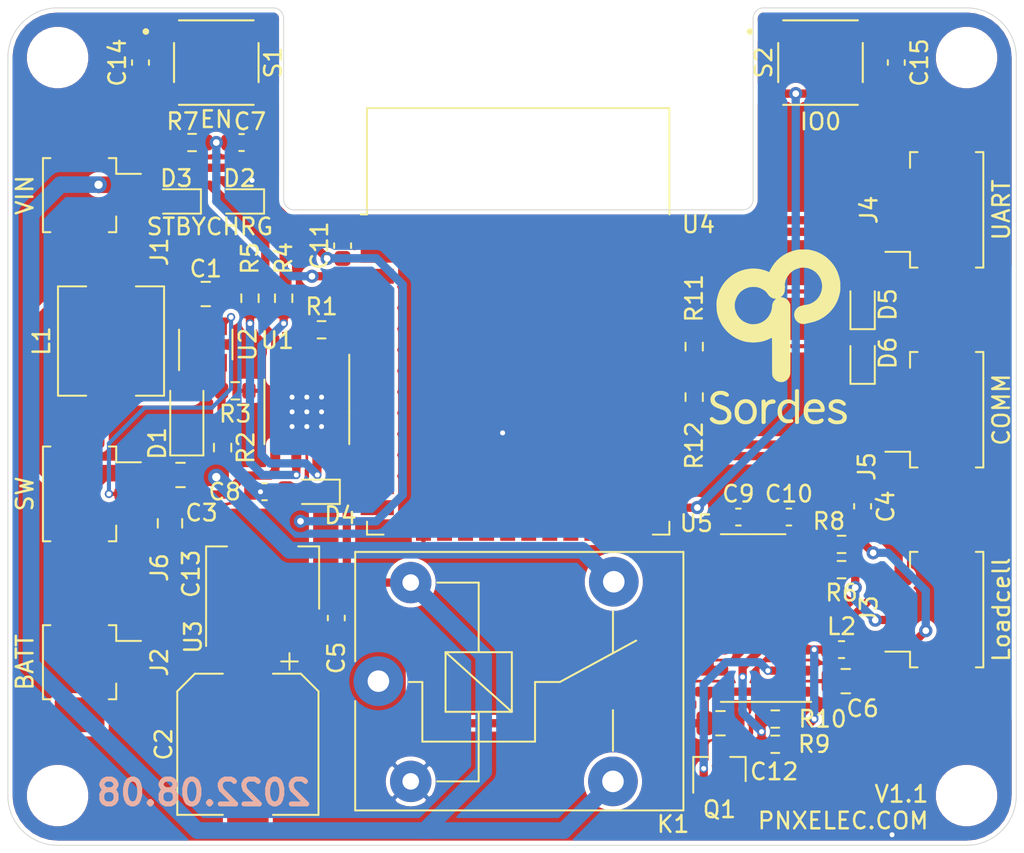
<source format=kicad_pcb>
(kicad_pcb (version 20171130) (host pcbnew "(5.1.12)-1")
  (layers (0 F.Cu signal) (31 B.Cu signal) (34 B.Paste user) (35 F.Paste user) (36 B.SilkS user) (37 F.SilkS user) (38 B.Mask user) (39 F.Mask user) (44 Edge.Cuts user))
  (net 0 "")
  (net 1 /BAT)
  (net 2 GND)
  (net 3 +5VL)
  (net 4 +5VA)
  (net 5 "Net-(C4-Pad1)")
  (net 6 /EN)
  (net 7 +3V3)
  (net 8 "Net-(C9-Pad2)")
  (net 9 "Net-(C10-Pad2)")
  (net 10 "Net-(C10-Pad1)")
  (net 11 "Net-(D1-Pad2)")
  (net 12 "Net-(D2-Pad1)")
  (net 13 +5V)
  (net 14 "Net-(D3-Pad1)")
  (net 15 "Net-(J3-Pad2)")
  (net 16 "Net-(J3-Pad1)")
  (net 17 /TX)
  (net 18 /RX)
  (net 19 /RX_COMM)
  (net 20 /TX_COMM)
  (net 21 "Net-(L2-Pad2)")
  (net 22 "Net-(Q1-Pad1)")
  (net 23 "Net-(R1-Pad1)")
  (net 24 "Net-(R2-Pad2)")
  (net 25 "Net-(R4-Pad2)")
  (net 26 "Net-(R5-Pad2)")
  (net 27 "Net-(R10-Pad1)")
  (net 28 /IO0)
  (net 29 "Net-(U4-Pad4)")
  (net 30 "Net-(U4-Pad5)")
  (net 31 "Net-(U4-Pad6)")
  (net 32 "Net-(U4-Pad7)")
  (net 33 "Net-(U4-Pad8)")
  (net 34 "Net-(U4-Pad9)")
  (net 35 "Net-(U4-Pad10)")
  (net 36 "Net-(U4-Pad11)")
  (net 37 "Net-(U4-Pad12)")
  (net 38 "Net-(U4-Pad13)")
  (net 39 "Net-(U4-Pad14)")
  (net 40 "Net-(U4-Pad16)")
  (net 41 "Net-(U4-Pad17)")
  (net 42 "Net-(U4-Pad18)")
  (net 43 "Net-(U4-Pad19)")
  (net 44 "Net-(U4-Pad20)")
  (net 45 "Net-(U4-Pad21)")
  (net 46 "Net-(U4-Pad22)")
  (net 47 /DAT)
  (net 48 "Net-(U4-Pad24)")
  (net 49 /SCK)
  (net 50 "Net-(U4-Pad29)")
  (net 51 "Net-(U4-Pad30)")
  (net 52 "Net-(U4-Pad32)")
  (net 53 "Net-(U4-Pad36)")
  (net 54 "Net-(U4-Pad37)")
  (net 55 "Net-(U5-Pad13)")
  (net 56 "Net-(J6-Pad2)")
  (net 57 "Net-(D5-Pad2)")
  (net 58 "Net-(D6-Pad2)")
  (net 59 "Net-(R12-Pad2)")
  (net 60 "Net-(R11-Pad2)")
  (module KIcad:sordes (layer F.Cu) (at 120.015 63.881)
    (fp_text reference G*** hide)
    (fp_text value LOGO hide)
  )
  (module Resistor_SMD:R_0603_1608Metric (layer F.Cu) (at 114.935 64.516 270)
    (fp_text reference R11 (at -2.921 0 90) (layer F.SilkS))
    (fp_text value 330)
    (pad 1 smd roundrect (at -0.825 0 270) (size 0.8 0.95) (layers F.Cu F.Paste F.Mask) (net 57 "Net-(D5-Pad2)"))
    (pad 2 smd roundrect (at 0.825 0 270) (size 0.8 0.95) (layers F.Cu F.Paste F.Mask) (net 60 "Net-(R11-Pad2)"))
  )
  (module Resistor_SMD:R_0603_1608Metric (layer F.Cu) (at 114.935 67.564 270)
    (fp_text reference R12 (at 2.921 0 90) (layer F.SilkS))
    (fp_text value 330)
    (pad 2 smd roundrect (at 0.825 0 270) (size 0.8 0.95) (layers F.Cu F.Paste F.Mask) (net 59 "Net-(R12-Pad2)"))
    (pad 1 smd roundrect (at -0.825 0 270) (size 0.8 0.95) (layers F.Cu F.Paste F.Mask) (net 58 "Net-(D6-Pad2)"))
  )
  (module Package_SO:SOP-16_3.9x9.9mm_P1.27mm (layer F.Cu) (at 118.491 80.899 180)
    (fp_text reference U5 (at 3.429 5.715) (layer F.SilkS))
    (fp_text value HX711)
    (pad 16 smd roundrect (at 2.5 -4.445 180) (size 2 0.6) (layers F.Cu F.Paste F.Mask) (net 3 +5VL))
    (pad 15 smd roundrect (at 2.5 -3.175 180) (size 2 0.6) (layers F.Cu F.Paste F.Mask) (net 2 GND))
    (pad 14 smd roundrect (at 2.5 -1.905 180) (size 2 0.6) (layers F.Cu F.Paste F.Mask) (net 2 GND))
    (pad 13 smd roundrect (at 2.5 -0.635 180) (size 2 0.6) (layers F.Cu F.Paste F.Mask) (net 55 "Net-(U5-Pad13)"))
    (pad 12 smd roundrect (at 2.5 0.635 180) (size 2 0.6) (layers F.Cu F.Paste F.Mask) (net 47 /DAT))
    (pad 11 smd roundrect (at 2.5 1.905 180) (size 2 0.6) (layers F.Cu F.Paste F.Mask) (net 49 /SCK))
    (pad 10 smd roundrect (at 2.5 3.175 180) (size 2 0.6) (layers F.Cu F.Paste F.Mask) (net 2 GND))
    (pad 9 smd roundrect (at 2.5 4.445 180) (size 2 0.6) (layers F.Cu F.Paste F.Mask) (net 2 GND))
    (pad 8 smd roundrect (at -2.5 4.445 180) (size 2 0.6) (layers F.Cu F.Paste F.Mask) (net 9 "Net-(C10-Pad2)"))
    (pad 7 smd roundrect (at -2.5 3.175 180) (size 2 0.6) (layers F.Cu F.Paste F.Mask) (net 10 "Net-(C10-Pad1)"))
    (pad 6 smd roundrect (at -2.5 1.905 180) (size 2 0.6) (layers F.Cu F.Paste F.Mask) (net 8 "Net-(C9-Pad2)"))
    (pad 5 smd roundrect (at -2.5 0.635 180) (size 2 0.6) (layers F.Cu F.Paste F.Mask) (net 2 GND))
    (pad 4 smd roundrect (at -2.5 -0.635 180) (size 2 0.6) (layers F.Cu F.Paste F.Mask) (net 27 "Net-(R10-Pad1)"))
    (pad 3 smd roundrect (at -2.5 -1.905 180) (size 2 0.6) (layers F.Cu F.Paste F.Mask) (net 21 "Net-(L2-Pad2)"))
    (pad 2 smd roundrect (at -2.5 -3.175 180) (size 2 0.6) (layers F.Cu F.Paste F.Mask) (net 22 "Net-(Q1-Pad1)"))
    (pad 1 smd roundrect (at -2.5 -4.445 180) (size 2 0.6) (layers F.Cu F.Paste F.Mask) (net 3 +5VL))
  )
  (module Package_SO:SOP-8_3.9x4.9mm_P1.27mm (layer F.Cu) (at 91.567 68.453 270)
    (fp_text reference U1 (at -4.318 1.778) (layer F.SilkS))
    (fp_text value TP4056)
    (pad 8 smd roundrect (at 2.625 -1.905 270) (size 1.65 0.6) (layers F.Cu F.Paste F.Mask) (net 13 +5V))
    (pad 7 smd roundrect (at 2.625 -0.635 270) (size 1.65 0.6) (layers F.Cu F.Paste F.Mask) (net 25 "Net-(R4-Pad2)"))
    (pad 6 smd roundrect (at 2.625 0.635 270) (size 1.65 0.6) (layers F.Cu F.Paste F.Mask) (net 26 "Net-(R5-Pad2)"))
    (pad 5 smd roundrect (at 2.625 1.905 270) (size 1.65 0.6) (layers F.Cu F.Paste F.Mask) (net 1 /BAT))
    (pad 4 smd roundrect (at -2.625 1.905 270) (size 1.65 0.6) (layers F.Cu F.Paste F.Mask) (net 13 +5V))
    (pad 3 smd roundrect (at -2.625 0.635 270) (size 1.65 0.6) (layers F.Cu F.Paste F.Mask) (net 2 GND))
    (pad 2 smd roundrect (at -2.625 -0.635 270) (size 1.65 0.6) (layers F.Cu F.Paste F.Mask) (net 23 "Net-(R1-Pad1)"))
    (pad 1 smd roundrect (at -2.625 -1.905 270) (size 1.65 0.6) (layers F.Cu F.Paste F.Mask) (net 2 GND))
    (pad 9 smd trapezoid (at 0 0 270) (size 2.4 3.3) (layers F.Cu F.Paste F.Mask) (net 2 GND))
  )
  (module Capacitor_SMD:C_0805_2012Metric (layer F.Cu) (at 85.471 61.341)
    (fp_text reference C1 (at 0 -1.524) (layer F.SilkS))
    (fp_text value 22uf)
    (pad 1 smd roundrect (at -0.95 0) (size 1 1.45) (layers F.Cu F.Paste F.Mask) (net 1 /BAT))
    (pad 2 smd roundrect (at 0.95 0) (size 1 1.45) (layers F.Cu F.Paste F.Mask) (net 2 GND))
  )
  (module Capacitor_SMD:CP_Elec_8x10 (layer F.Cu) (at 88.011 88.519 270)
    (fp_text reference C2 (at 0 5.08 90) (layer F.SilkS))
    (fp_text value 1000uf)
    (pad 1 smd roundrect (at -3.25 0 270) (size 3.5 2.5) (layers F.Cu F.Paste F.Mask) (roundrect_rratio 0.1) (net 3 +5VL))
    (pad 2 smd roundrect (at 3.25 0 270) (size 3.5 2.5) (layers F.Cu F.Paste F.Mask) (roundrect_rratio 0.1) (net 2 GND))
  )
  (module Capacitor_SMD:C_0805_2012Metric (layer F.Cu) (at 83.947 72.263 180)
    (fp_text reference C3 (at -1.27 -2.286) (layer F.SilkS))
    (fp_text value 22uf)
    (pad 2 smd roundrect (at 0.95 0 180) (size 1 1.45) (layers F.Cu F.Paste F.Mask) (net 2 GND))
    (pad 1 smd roundrect (at -0.95 0 180) (size 1 1.45) (layers F.Cu F.Paste F.Mask) (net 4 +5VA))
  )
  (module Capacitor_SMD:C_0603_1608Metric (layer F.Cu) (at 125.095 74.155 90)
    (fp_text reference C4 (at -0.013 1.397 90) (layer F.SilkS))
    (fp_text value 100nf)
    (pad 1 smd roundrect (at -0.775 0 90) (size 0.9 0.95) (layers F.Cu F.Paste F.Mask) (net 5 "Net-(C4-Pad1)"))
    (pad 2 smd roundrect (at 0.775 0 90) (size 0.9 0.95) (layers F.Cu F.Paste F.Mask) (net 2 GND))
  )
  (module Capacitor_SMD:C_0603_1608Metric (layer F.Cu) (at 93.345 80.899 90)
    (fp_text reference C5 (at -2.413 0 270) (layer F.SilkS))
    (fp_text value 100nf)
    (pad 1 smd roundrect (at -0.775 0 90) (size 0.9 0.95) (layers F.Cu F.Paste F.Mask) (net 3 +5VL))
    (pad 2 smd roundrect (at 0.775 0 90) (size 0.9 0.95) (layers F.Cu F.Paste F.Mask) (net 2 GND))
  )
  (module Capacitor_SMD:C_0805_2012Metric (layer F.Cu) (at 124.079 84.709 180)
    (fp_text reference C6 (at -1.016 -1.651) (layer F.SilkS))
    (fp_text value 10uf)
    (pad 2 smd roundrect (at 0.95 0 180) (size 1 1.45) (layers F.Cu F.Paste F.Mask) (net 2 GND))
    (pad 1 smd roundrect (at -0.95 0 180) (size 1 1.45) (layers F.Cu F.Paste F.Mask) (net 5 "Net-(C4-Pad1)"))
  )
  (module Capacitor_SMD:C_0603_1608Metric (layer F.Cu) (at 87.63 52.197)
    (fp_text reference C7 (at 0.508 -1.27) (layer F.SilkS))
    (fp_text value 100nf)
    (pad 1 smd roundrect (at -0.775 0) (size 0.9 0.95) (layers F.Cu F.Paste F.Mask) (net 6 /EN))
    (pad 2 smd roundrect (at 0.775 0) (size 0.9 0.95) (layers F.Cu F.Paste F.Mask) (net 2 GND))
  )
  (module Capacitor_SMD:C_0603_1608Metric (layer F.Cu) (at 89.014 73.279 180)
    (fp_text reference C8 (at 2.4 0) (layer F.SilkS))
    (fp_text value 100nf)
    (pad 2 smd roundrect (at 0.775 0 180) (size 0.9 0.95) (layers F.Cu F.Paste F.Mask) (net 2 GND))
    (pad 1 smd roundrect (at -0.775 0 180) (size 0.9 0.95) (layers F.Cu F.Paste F.Mask) (net 7 +3V3))
  )
  (module Capacitor_SMD:C_0603_1608Metric (layer F.Cu) (at 117.602 74.803)
    (fp_text reference C9 (at 0 -1.397) (layer F.SilkS))
    (fp_text value 100nf)
    (pad 1 smd roundrect (at -0.775 0) (size 0.9 0.95) (layers F.Cu F.Paste F.Mask) (net 2 GND))
    (pad 2 smd roundrect (at 0.775 0) (size 0.9 0.95) (layers F.Cu F.Paste F.Mask) (net 8 "Net-(C9-Pad2)"))
  )
  (module Capacitor_SMD:C_0603_1608Metric (layer F.Cu) (at 120.65 74.803)
    (fp_text reference C10 (at 0 -1.397) (layer F.SilkS))
    (fp_text value 100nf)
    (pad 2 smd roundrect (at 0.775 0) (size 0.9 0.95) (layers F.Cu F.Paste F.Mask) (net 9 "Net-(C10-Pad2)"))
    (pad 1 smd roundrect (at -0.775 0) (size 0.9 0.95) (layers F.Cu F.Paste F.Mask) (net 10 "Net-(C10-Pad1)"))
  )
  (module Capacitor_SMD:C_0603_1608Metric (layer F.Cu) (at 93.726 58.42 270)
    (fp_text reference C11 (at 0 1.397 90) (layer F.SilkS))
    (fp_text value 100nf)
    (pad 2 smd roundrect (at 0.775 0 270) (size 0.9 0.95) (layers F.Cu F.Paste F.Mask) (net 7 +3V3))
    (pad 1 smd roundrect (at -0.775 0 270) (size 0.9 0.95) (layers F.Cu F.Paste F.Mask) (net 2 GND))
  )
  (module Capacitor_SMD:C_0805_2012Metric (layer F.Cu) (at 116.52 87.249)
    (fp_text reference C12 (at 3.241 2.921) (layer F.SilkS))
    (fp_text value 10uf)
    (pad 1 smd roundrect (at -0.95 0) (size 1 1.45) (layers F.Cu F.Paste F.Mask) (net 3 +5VL))
    (pad 2 smd roundrect (at 0.95 0) (size 1 1.45) (layers F.Cu F.Paste F.Mask) (net 2 GND))
  )
  (module Diode_SMD:D_SOD-123 (layer F.Cu) (at 84.328 68.834 90)
    (fp_text reference D1 (at -1.524 -1.778 90) (layer F.SilkS))
    (fp_text value B0520LW)
    (pad 1 smd rect (at -1.65 0 90) (size 0.9 1.2) (layers F.Cu F.Paste F.Mask) (net 4 +5VA))
    (pad 2 smd rect (at 1.65 0 90) (size 0.9 1.2) (layers F.Cu F.Paste F.Mask) (net 11 "Net-(D1-Pad2)"))
  )
  (module LED_SMD:LED_0603_1608Metric (layer F.Cu) (at 87.503 55.753 180)
    (fp_text reference D2 (at 0 1.397) (layer F.SilkS))
    (fp_text value CHRG (at 0 -1.524) (layer F.SilkS))
    (pad 2 smd roundrect (at 0.7875 0 180) (size 0.875 0.95) (layers F.Cu F.Paste F.Mask) (net 13 +5V))
    (pad 1 smd roundrect (at -0.7875 0 180) (size 0.875 0.95) (layers F.Cu F.Paste F.Mask) (net 12 "Net-(D2-Pad1)"))
  )
  (module LED_SMD:LED_0603_1608Metric (layer F.Cu) (at 83.693 55.753 180)
    (fp_text reference D3 (at 0 1.397) (layer F.SilkS))
    (fp_text value STBY (at 0 -1.524) (layer F.SilkS))
    (pad 2 smd roundrect (at 0.7875 0 180) (size 0.875 0.95) (layers F.Cu F.Paste F.Mask) (net 13 +5V))
    (pad 1 smd roundrect (at -0.7875 0 180) (size 0.875 0.95) (layers F.Cu F.Paste F.Mask) (net 14 "Net-(D3-Pad1)"))
  )
  (module LED_SMD:LED_0603_1608Metric (layer F.Cu) (at 92.075 73.279 180)
    (fp_text reference D4 (at -1.524 -1.43) (layer F.SilkS))
    (fp_text value 3.3v)
    (pad 1 smd roundrect (at -0.7875 0 180) (size 0.875 0.95) (layers F.Cu F.Paste F.Mask) (net 2 GND))
    (pad 2 smd roundrect (at 0.7875 0 180) (size 0.875 0.95) (layers F.Cu F.Paste F.Mask) (net 7 +3V3))
  )
  (module Connector_Molex:Molex_PicoBlade_53261-0271_1x02-1MP_P1.25mm_Horizontal (layer F.Cu) (at 78.359 55.372 270)
    (fp_text reference J1 (at 3.429 -4.318 90) (layer F.SilkS))
    (fp_text value VIN (at 0 3.8 90) (layer F.SilkS))
    (pad MP smd roundrect (at 3.175 0.5 270) (size 2.1 3) (layers F.Cu F.Paste F.Mask) (roundrect_rratio 0.1190471428571429))
    (pad MP smd roundrect (at -3.175 0.5 270) (size 2.1 3) (layers F.Cu F.Paste F.Mask) (roundrect_rratio 0.1190471428571429))
    (pad 2 smd roundrect (at 0.625 -2.4 270) (size 0.8 1.6) (layers F.Cu F.Paste F.Mask) (net 2 GND))
    (pad 1 smd roundrect (at -0.625 -2.4 270) (size 0.8 1.6) (layers F.Cu F.Paste F.Mask) (net 13 +5V))
  )
  (module Connector_Molex:Molex_PicoBlade_53261-0271_1x02-1MP_P1.25mm_Horizontal (layer F.Cu) (at 78.359 83.566 270)
    (fp_text reference J2 (at 0 -4.318 90) (layer F.SilkS))
    (fp_text value BATT (at 0 3.8 90) (layer F.SilkS))
    (pad 1 smd roundrect (at -0.625 -2.4 270) (size 0.8 1.6) (layers F.Cu F.Paste F.Mask) (net 1 /BAT))
    (pad 2 smd roundrect (at 0.625 -2.4 270) (size 0.8 1.6) (layers F.Cu F.Paste F.Mask) (net 2 GND))
    (pad MP smd roundrect (at -3.175 0.5 270) (size 2.1 3) (layers F.Cu F.Paste F.Mask) (roundrect_rratio 0.1190471428571429))
    (pad MP smd roundrect (at 3.175 0.5 270) (size 2.1 3) (layers F.Cu F.Paste F.Mask) (roundrect_rratio 0.1190471428571429))
  )
  (module Connector_Molex:Molex_PicoBlade_53261-0471_1x04-1MP_P1.25mm_Horizontal (layer F.Cu) (at 129.667 80.391 90)
    (fp_text reference J3 (at 0 -4.191 90) (layer F.SilkS))
    (fp_text value Loadcell (at 0 3.8 90) (layer F.SilkS))
    (pad MP smd roundrect (at 4.425 0.5 90) (size 2.1 3) (layers F.Cu F.Paste F.Mask) (roundrect_rratio 0.1190471428571429))
    (pad MP smd roundrect (at -4.425 0.5 90) (size 2.1 3) (layers F.Cu F.Paste F.Mask) (roundrect_rratio 0.1190471428571429))
    (pad 4 smd roundrect (at 1.875 -2.4 90) (size 0.8 1.6) (layers F.Cu F.Paste F.Mask) (net 5 "Net-(C4-Pad1)"))
    (pad 3 smd roundrect (at 0.625 -2.4 90) (size 0.8 1.6) (layers F.Cu F.Paste F.Mask) (net 2 GND))
    (pad 2 smd roundrect (at -0.625 -2.4 90) (size 0.8 1.6) (layers F.Cu F.Paste F.Mask) (net 15 "Net-(J3-Pad2)"))
    (pad 1 smd roundrect (at -1.875 -2.4 90) (size 0.8 1.6) (layers F.Cu F.Paste F.Mask) (net 16 "Net-(J3-Pad1)"))
  )
  (module Connector_Molex:Molex_PicoBlade_53261-0471_1x04-1MP_P1.25mm_Horizontal (layer F.Cu) (at 129.667 56.261 90)
    (fp_text reference J4 (at 0 -4.191 90) (layer F.SilkS))
    (fp_text value UART (at 0 3.8 90) (layer F.SilkS))
    (pad 1 smd roundrect (at -1.875 -2.4 90) (size 0.8 1.6) (layers F.Cu F.Paste F.Mask) (net 18 /RX))
    (pad 2 smd roundrect (at -0.625 -2.4 90) (size 0.8 1.6) (layers F.Cu F.Paste F.Mask) (net 17 /TX))
    (pad 3 smd roundrect (at 0.625 -2.4 90) (size 0.8 1.6) (layers F.Cu F.Paste F.Mask) (net 2 GND))
    (pad 4 smd roundrect (at 1.875 -2.4 90) (size 0.8 1.6) (layers F.Cu F.Paste F.Mask) (net 3 +5VL))
    (pad MP smd roundrect (at -4.425 0.5 90) (size 2.1 3) (layers F.Cu F.Paste F.Mask) (roundrect_rratio 0.1190471428571429))
    (pad MP smd roundrect (at 4.425 0.5 90) (size 2.1 3) (layers F.Cu F.Paste F.Mask) (roundrect_rratio 0.1190471428571429))
  )
  (module Connector_Molex:Molex_PicoBlade_53261-0471_1x04-1MP_P1.25mm_Horizontal (layer F.Cu) (at 129.667 68.326 90)
    (fp_text reference J5 (at -3.429 -4.318 90) (layer F.SilkS))
    (fp_text value COMM (at 0 3.8 90) (layer F.SilkS))
    (pad 1 smd roundrect (at -1.875 -2.4 90) (size 0.8 1.6) (layers F.Cu F.Paste F.Mask) (net 19 /RX_COMM))
    (pad 2 smd roundrect (at -0.625 -2.4 90) (size 0.8 1.6) (layers F.Cu F.Paste F.Mask) (net 20 /TX_COMM))
    (pad 3 smd roundrect (at 0.625 -2.4 90) (size 0.8 1.6) (layers F.Cu F.Paste F.Mask) (net 2 GND))
    (pad 4 smd roundrect (at 1.875 -2.4 90) (size 0.8 1.6) (layers F.Cu F.Paste F.Mask) (net 3 +5VL))
    (pad MP smd roundrect (at -4.425 0.5 90) (size 2.1 3) (layers F.Cu F.Paste F.Mask) (roundrect_rratio 0.1190471428571429))
    (pad MP smd roundrect (at 4.425 0.5 90) (size 2.1 3) (layers F.Cu F.Paste F.Mask) (roundrect_rratio 0.1190471428571429))
  )
  (module Relay_THT:Relay_SPDT_SANYOU_SRD_Series_Form_C (layer F.Cu) (at 95.885 84.709)
    (fp_text reference K1 (at 17.78 8.636) (layer F.SilkS))
    (fp_text value POWER_SLCT)
    (pad 2 thru_hole circle (at 1.95 6.05 90) (size 2.5 2.5) (drill 1) (layers *.Cu *.Mask) (net 2 GND))
    (pad 3 thru_hole circle (at 14.15 6.05 90) (size 3 3) (drill 1.3) (layers *.Cu *.Mask) (net 13 +5V))
    (pad 4 thru_hole circle (at 14.2 -6 90) (size 3 3) (drill 1.3) (layers *.Cu *.Mask) (net 4 +5VA))
    (pad 5 thru_hole circle (at 1.95 -5.95 90) (size 2.5 2.5) (drill 1) (layers *.Cu *.Mask) (net 13 +5V))
    (pad 1 thru_hole circle (at 0 0 90) (size 3 3) (drill 1.3) (layers *.Cu *.Mask) (net 3 +5VL))
  )
  (module Inductor_SMD:L_6.3x6.3_H3 (layer F.Cu) (at 79.756 64.179 270)
    (fp_text reference L1 (at 0 4.191 90) (layer F.SilkS))
    (fp_text value 4.7uh)
    (pad 1 smd rect (at -2.75 0 270) (size 1.5 2.4) (layers F.Cu F.Paste F.Mask) (net 1 /BAT))
    (pad 2 smd rect (at 2.75 0 270) (size 1.5 2.4) (layers F.Cu F.Paste F.Mask) (net 11 "Net-(D1-Pad2)"))
  )
  (module Inductor_SMD:L_0603_1608Metric (layer F.Cu) (at 123.825 82.804 180)
    (fp_text reference L2 (at 0 1.397) (layer F.SilkS))
    (fp_text value 3.3uh)
    (pad 1 smd roundrect (at -0.7875 0 180) (size 0.875 0.95) (layers F.Cu F.Paste F.Mask) (net 5 "Net-(C4-Pad1)"))
    (pad 2 smd roundrect (at 0.7875 0 180) (size 0.875 0.95) (layers F.Cu F.Paste F.Mask) (net 21 "Net-(L2-Pad2)"))
  )
  (module Resistor_SMD:R_0603_1608Metric (layer F.Cu) (at 92.456 63.5)
    (fp_text reference R1 (at 0 -1.397 180) (layer F.SilkS))
    (fp_text value 1.2k)
    (pad 2 smd roundrect (at 0.825 0) (size 0.8 0.95) (layers F.Cu F.Paste F.Mask) (net 2 GND))
    (pad 1 smd roundrect (at -0.825 0) (size 0.8 0.95) (layers F.Cu F.Paste F.Mask) (net 23 "Net-(R1-Pad1)"))
  )
  (module Resistor_SMD:R_0603_1608Metric (layer F.Cu) (at 86.487 70.612 90)
    (fp_text reference R2 (at 0 1.397 90) (layer F.SilkS))
    (fp_text value 47k)
    (pad 1 smd roundrect (at -0.825 0 90) (size 0.8 0.95) (layers F.Cu F.Paste F.Mask) (net 4 +5VA))
    (pad 2 smd roundrect (at 0.825 0 90) (size 0.8 0.95) (layers F.Cu F.Paste F.Mask) (net 24 "Net-(R2-Pad2)"))
  )
  (module Resistor_SMD:R_0603_1608Metric (layer F.Cu) (at 87.249 67.183)
    (fp_text reference R3 (at 0 1.397) (layer F.SilkS))
    (fp_text value 6.2k)
    (pad 1 smd roundrect (at -0.825 0) (size 0.8 0.95) (layers F.Cu F.Paste F.Mask) (net 24 "Net-(R2-Pad2)"))
    (pad 2 smd roundrect (at 0.825 0) (size 0.8 0.95) (layers F.Cu F.Paste F.Mask) (net 2 GND))
  )
  (module Resistor_SMD:R_0603_1608Metric (layer F.Cu) (at 90.17 61.595 270)
    (fp_text reference R4 (at -2.413 0 90) (layer F.SilkS))
    (fp_text value 1k)
    (pad 1 smd roundrect (at -0.825 0 270) (size 0.8 0.95) (layers F.Cu F.Paste F.Mask) (net 12 "Net-(D2-Pad1)"))
    (pad 2 smd roundrect (at 0.825 0 270) (size 0.8 0.95) (layers F.Cu F.Paste F.Mask) (net 25 "Net-(R4-Pad2)"))
  )
  (module Resistor_SMD:R_0603_1608Metric (layer F.Cu) (at 88.138 61.595 270)
    (fp_text reference R5 (at -2.413 0 90) (layer F.SilkS))
    (fp_text value 1k)
    (pad 2 smd roundrect (at 0.825 0 270) (size 0.8 0.95) (layers F.Cu F.Paste F.Mask) (net 26 "Net-(R5-Pad2)"))
    (pad 1 smd roundrect (at -0.825 0 270) (size 0.8 0.95) (layers F.Cu F.Paste F.Mask) (net 14 "Net-(D3-Pad1)"))
  )
  (module Resistor_SMD:R_0603_1608Metric (layer F.Cu) (at 123.825 77.978)
    (fp_text reference R6 (at 0 1.397) (layer F.SilkS))
    (fp_text value 100)
    (pad 1 smd roundrect (at -0.825 0) (size 0.8 0.95) (layers F.Cu F.Paste F.Mask) (net 10 "Net-(C10-Pad1)"))
    (pad 2 smd roundrect (at 0.825 0) (size 0.8 0.95) (layers F.Cu F.Paste F.Mask) (net 15 "Net-(J3-Pad2)"))
  )
  (module Resistor_SMD:R_0603_1608Metric (layer F.Cu) (at 84.646 52.197)
    (fp_text reference R7 (at -0.572 -1.27) (layer F.SilkS))
    (fp_text value 10k)
    (pad 1 smd roundrect (at -0.825 0) (size 0.8 0.95) (layers F.Cu F.Paste F.Mask) (net 7 +3V3))
    (pad 2 smd roundrect (at 0.825 0) (size 0.8 0.95) (layers F.Cu F.Paste F.Mask) (net 6 /EN))
  )
  (module Resistor_SMD:R_0603_1608Metric (layer F.Cu) (at 123.825 76.454)
    (fp_text reference R8 (at -0.762 -1.397) (layer F.SilkS))
    (fp_text value 100)
    (pad 2 smd roundrect (at 0.825 0) (size 0.8 0.95) (layers F.Cu F.Paste F.Mask) (net 16 "Net-(J3-Pad1)"))
    (pad 1 smd roundrect (at -0.825 0) (size 0.8 0.95) (layers F.Cu F.Paste F.Mask) (net 9 "Net-(C10-Pad2)"))
  )
  (module Resistor_SMD:R_0603_1608Metric (layer F.Cu) (at 119.825 88.519 180)
    (fp_text reference R9 (at -2.349 0) (layer F.SilkS))
    (fp_text value 20k)
    (pad 2 smd roundrect (at 0.825 0 180) (size 0.8 0.95) (layers F.Cu F.Paste F.Mask) (net 27 "Net-(R10-Pad1)"))
    (pad 1 smd roundrect (at -0.825 0 180) (size 0.8 0.95) (layers F.Cu F.Paste F.Mask) (net 21 "Net-(L2-Pad2)"))
  )
  (module Resistor_SMD:R_0603_1608Metric (layer F.Cu) (at 119.825 86.995)
    (fp_text reference R10 (at 2.857 0) (layer F.SilkS))
    (fp_text value 8.2k)
    (pad 2 smd roundrect (at 0.825 0) (size 0.8 0.95) (layers F.Cu F.Paste F.Mask) (net 2 GND))
    (pad 1 smd roundrect (at -0.825 0) (size 0.8 0.95) (layers F.Cu F.Paste F.Mask) (net 27 "Net-(R10-Pad1)"))
  )
  (module KIcad:SW_TS-1187A-B-A-B (layer F.Cu) (at 86.106 47.371)
    (fp_text reference S1 (at 3.429 0 90) (layer F.SilkS))
    (fp_text value EN (at 0 3.429) (layer F.SilkS))
    (pad D smd rect (at 3 1.875) (size 1 0.75) (layers F.Cu F.Paste F.Mask) (net 6 /EN))
    (pad C smd rect (at -3 1.875) (size 1 0.75) (layers F.Cu F.Paste F.Mask) (net 6 /EN))
    (pad B smd rect (at 3 -1.875) (size 1 0.75) (layers F.Cu F.Paste F.Mask) (net 2 GND))
    (pad A smd rect (at -3 -1.875) (size 1 0.75) (layers F.Cu F.Paste F.Mask) (net 2 GND))
  )
  (module KIcad:SW_TS-1187A-B-A-B (layer F.Cu) (at 122.555 47.371)
    (fp_text reference S2 (at -3.429 0 90) (layer F.SilkS))
    (fp_text value IO0 (at 0 3.565) (layer F.SilkS))
    (pad A smd rect (at -3 -1.875) (size 1 0.75) (layers F.Cu F.Paste F.Mask) (net 2 GND))
    (pad B smd rect (at 3 -1.875) (size 1 0.75) (layers F.Cu F.Paste F.Mask) (net 2 GND))
    (pad C smd rect (at -3 1.875) (size 1 0.75) (layers F.Cu F.Paste F.Mask) (net 28 /IO0))
    (pad D smd rect (at 3 1.875) (size 1 0.75) (layers F.Cu F.Paste F.Mask) (net 28 /IO0))
  )
  (module Package_TO_SOT_SMD:SOT-23-6 (layer F.Cu) (at 85.471 64.389 90)
    (fp_text reference U2 (at 0 2.54 270) (layer F.SilkS))
    (fp_text value SX1308)
    (pad 1 smd rect (at -1.1 -0.95 90) (size 1.06 0.65) (layers F.Cu F.Paste F.Mask) (net 11 "Net-(D1-Pad2)"))
    (pad 2 smd rect (at -1.1 0 90) (size 1.06 0.65) (layers F.Cu F.Paste F.Mask) (net 2 GND))
    (pad 3 smd rect (at -1.1 0.95 90) (size 1.06 0.65) (layers F.Cu F.Paste F.Mask) (net 24 "Net-(R2-Pad2)"))
    (pad 4 smd rect (at 1.1 0.95 90) (size 1.06 0.65) (layers F.Cu F.Paste F.Mask) (net 56 "Net-(J6-Pad2)"))
    (pad 6 smd rect (at 1.1 -0.95 90) (size 1.06 0.65) (layers F.Cu F.Paste F.Mask))
    (pad 5 smd rect (at 1.1 0 90) (size 1.06 0.65) (layers F.Cu F.Paste F.Mask) (net 1 /BAT))
  )
  (module Package_TO_SOT_SMD:SOT-223-3_TabPin2 (layer F.Cu) (at 88.9 78.486 90)
    (fp_text reference U3 (at -3.556 -4.191 90) (layer F.SilkS))
    (fp_text value AMS1117-3.3)
    (pad 2 smd rect (at 3.15 0 90) (size 2 3.8) (layers F.Cu F.Paste F.Mask) (net 7 +3V3))
    (pad 2 smd rect (at -3.15 0 90) (size 2 1.5) (layers F.Cu F.Paste F.Mask) (net 7 +3V3))
    (pad 3 smd rect (at -3.15 2.3 90) (size 2 1.5) (layers F.Cu F.Paste F.Mask) (net 3 +5VL))
    (pad 1 smd rect (at -3.15 -2.3 90) (size 2 1.5) (layers F.Cu F.Paste F.Mask) (net 2 GND))
  )
  (module RF_Module:ESP32-WROOM-32 (layer F.Cu) (at 104.318001 65.983001)
    (fp_text reference U4 (at 10.870999 -8.833001 180) (layer F.SilkS))
    (fp_text value ESP32-WROOM-32D)
    (pad 39 smd rect (at -1 -0.755) (size 5 5) (layers F.Cu F.Paste F.Mask) (net 2 GND))
    (pad 1 smd rect (at -8.5 -8.255) (size 2 0.9) (layers F.Cu F.Paste F.Mask) (net 2 GND))
    (pad 2 smd rect (at -8.5 -6.985) (size 2 0.9) (layers F.Cu F.Paste F.Mask) (net 7 +3V3))
    (pad 3 smd rect (at -8.5 -5.715) (size 2 0.9) (layers F.Cu F.Paste F.Mask) (net 6 /EN))
    (pad 4 smd rect (at -8.5 -4.445) (size 2 0.9) (layers F.Cu F.Paste F.Mask) (net 29 "Net-(U4-Pad4)"))
    (pad 5 smd rect (at -8.5 -3.175) (size 2 0.9) (layers F.Cu F.Paste F.Mask) (net 30 "Net-(U4-Pad5)"))
    (pad 6 smd rect (at -8.5 -1.905) (size 2 0.9) (layers F.Cu F.Paste F.Mask) (net 31 "Net-(U4-Pad6)"))
    (pad 7 smd rect (at -8.5 -0.635) (size 2 0.9) (layers F.Cu F.Paste F.Mask) (net 32 "Net-(U4-Pad7)"))
    (pad 8 smd rect (at -8.5 0.635) (size 2 0.9) (layers F.Cu F.Paste F.Mask) (net 33 "Net-(U4-Pad8)"))
    (pad 9 smd rect (at -8.5 1.905) (size 2 0.9) (layers F.Cu F.Paste F.Mask) (net 34 "Net-(U4-Pad9)"))
    (pad 10 smd rect (at -8.5 3.175) (size 2 0.9) (layers F.Cu F.Paste F.Mask) (net 35 "Net-(U4-Pad10)"))
    (pad 11 smd rect (at -8.5 4.445) (size 2 0.9) (layers F.Cu F.Paste F.Mask) (net 36 "Net-(U4-Pad11)"))
    (pad 12 smd rect (at -8.5 5.715) (size 2 0.9) (layers F.Cu F.Paste F.Mask) (net 37 "Net-(U4-Pad12)"))
    (pad 13 smd rect (at -8.5 6.985) (size 2 0.9) (layers F.Cu F.Paste F.Mask) (net 38 "Net-(U4-Pad13)"))
    (pad 14 smd rect (at -8.5 8.255) (size 2 0.9) (layers F.Cu F.Paste F.Mask) (net 39 "Net-(U4-Pad14)"))
    (pad 15 smd rect (at -5.715 9.255 90) (size 2 0.9) (layers F.Cu F.Paste F.Mask) (net 2 GND))
    (pad 16 smd rect (at -4.445 9.255 90) (size 2 0.9) (layers F.Cu F.Paste F.Mask) (net 40 "Net-(U4-Pad16)"))
    (pad 17 smd rect (at -3.175 9.255 90) (size 2 0.9) (layers F.Cu F.Paste F.Mask) (net 41 "Net-(U4-Pad17)"))
    (pad 18 smd rect (at -1.905 9.255 90) (size 2 0.9) (layers F.Cu F.Paste F.Mask) (net 42 "Net-(U4-Pad18)"))
    (pad 19 smd rect (at -0.635 9.255 90) (size 2 0.9) (layers F.Cu F.Paste F.Mask) (net 43 "Net-(U4-Pad19)"))
    (pad 20 smd rect (at 0.635 9.255 90) (size 2 0.9) (layers F.Cu F.Paste F.Mask) (net 44 "Net-(U4-Pad20)"))
    (pad 21 smd rect (at 1.905 9.255 90) (size 2 0.9) (layers F.Cu F.Paste F.Mask) (net 45 "Net-(U4-Pad21)"))
    (pad 22 smd rect (at 3.175 9.255 90) (size 2 0.9) (layers F.Cu F.Paste F.Mask) (net 46 "Net-(U4-Pad22)"))
    (pad 23 smd rect (at 4.445 9.255 90) (size 2 0.9) (layers F.Cu F.Paste F.Mask) (net 47 /DAT))
    (pad 24 smd rect (at 5.715 9.255 90) (size 2 0.9) (layers F.Cu F.Paste F.Mask) (net 48 "Net-(U4-Pad24)"))
    (pad 25 smd rect (at 8.5 8.255) (size 2 0.9) (layers F.Cu F.Paste F.Mask) (net 28 /IO0))
    (pad 26 smd rect (at 8.5 6.985) (size 2 0.9) (layers F.Cu F.Paste F.Mask) (net 49 /SCK))
    (pad 27 smd rect (at 8.5 5.715) (size 2 0.9) (layers F.Cu F.Paste F.Mask) (net 19 /RX_COMM))
    (pad 28 smd rect (at 8.5 4.445) (size 2 0.9) (layers F.Cu F.Paste F.Mask) (net 20 /TX_COMM))
    (pad 29 smd rect (at 8.5 3.175) (size 2 0.9) (layers F.Cu F.Paste F.Mask) (net 50 "Net-(U4-Pad29)"))
    (pad 30 smd rect (at 8.5 1.905) (size 2 0.9) (layers F.Cu F.Paste F.Mask) (net 51 "Net-(U4-Pad30)"))
    (pad 31 smd rect (at 8.5 0.635) (size 2 0.9) (layers F.Cu F.Paste F.Mask) (net 59 "Net-(R12-Pad2)"))
    (pad 32 smd rect (at 8.5 -0.635) (size 2 0.9) (layers F.Cu F.Paste F.Mask) (net 52 "Net-(U4-Pad32)"))
    (pad 33 smd rect (at 8.5 -1.905) (size 2 0.9) (layers F.Cu F.Paste F.Mask) (net 60 "Net-(R11-Pad2)"))
    (pad 34 smd rect (at 8.5 -3.175) (size 2 0.9) (layers F.Cu F.Paste F.Mask) (net 18 /RX))
    (pad 35 smd rect (at 8.5 -4.445) (size 2 0.9) (layers F.Cu F.Paste F.Mask) (net 17 /TX))
    (pad 36 smd rect (at 8.5 -5.715) (size 2 0.9) (layers F.Cu F.Paste F.Mask) (net 53 "Net-(U4-Pad36)"))
    (pad 37 smd rect (at 8.5 -6.985) (size 2 0.9) (layers F.Cu F.Paste F.Mask) (net 54 "Net-(U4-Pad37)"))
    (pad 38 smd rect (at 8.5 -8.255) (size 2 0.9) (layers F.Cu F.Paste F.Mask) (net 2 GND))
  )
  (module Connector_Molex:Molex_PicoBlade_53261-0371_1x03-1MP_P1.25mm_Horizontal (layer F.Cu) (at 78.359 73.406 270)
    (fp_text reference J6 (at 4.445 -4.318 90) (layer F.SilkS))
    (fp_text value SW (at 0 3.8 90) (layer F.SilkS))
    (pad 1 smd roundrect (at -1.25 -2.4 270) (size 0.8 1.6) (layers F.Cu F.Paste F.Mask) (net 1 /BAT))
    (pad 2 smd roundrect (at 0 -2.4 270) (size 0.8 1.6) (layers F.Cu F.Paste F.Mask) (net 56 "Net-(J6-Pad2)"))
    (pad 3 smd roundrect (at 1.25 -2.4 270) (size 0.8 1.6) (layers F.Cu F.Paste F.Mask) (net 2 GND))
    (pad MP smd roundrect (at -3.8 0.5 270) (size 2.1 3) (layers F.Cu F.Paste F.Mask) (roundrect_rratio 0.1190471428571429))
    (pad MP smd roundrect (at 3.8 0.5 270) (size 2.1 3) (layers F.Cu F.Paste F.Mask) (roundrect_rratio 0.1190471428571429))
  )
  (module MountingHole:MountingHole_3.2mm_M3 (layer F.Cu) (at 131.366 47.069)
    (fp_text reference H1)
    (fp_text value MountingHole)
    (pad 1 np_thru_hole circle (at 0 0) (size 3.2 3.2) (drill 3.2) (layers *.Cu *.Mask))
  )
  (module MountingHole:MountingHole_3.2mm_M3 (layer F.Cu) (at 76.533 91.615)
    (fp_text reference H2)
    (fp_text value MountingHole)
    (pad 1 np_thru_hole circle (at 0 0) (size 3.2 3.2) (drill 3.2) (layers *.Cu *.Mask))
  )
  (module MountingHole:MountingHole_3.2mm_M3 (layer F.Cu) (at 131.366 91.615)
    (fp_text reference H3)
    (fp_text value MountingHole)
    (pad 1 np_thru_hole circle (at 0 0) (size 3.2 3.2) (drill 3.2) (layers *.Cu *.Mask))
  )
  (module MountingHole:MountingHole_3.2mm_M3 (layer F.Cu) (at 76.533 47.069)
    (fp_text reference H4)
    (fp_text value MountingHole)
    (pad 1 np_thru_hole circle (at 0 0) (size 3.2 3.2) (drill 3.2) (layers *.Cu *.Mask))
  )
  (module Capacitor_SMD:C_0805_2012Metric (layer F.Cu) (at 83.312 75.184 270)
    (fp_text reference C13 (at 3.048 -1.27 90) (layer F.SilkS))
    (fp_text value 10uf)
    (pad 1 smd roundrect (at -0.95 0 270) (size 1 1.45) (layers F.Cu F.Paste F.Mask) (net 1 /BAT))
    (pad 2 smd roundrect (at 0.95 0 270) (size 1 1.45) (layers F.Cu F.Paste F.Mask) (net 2 GND))
  )
  (module Capacitor_SMD:C_0603_1608Metric (layer F.Cu) (at 81.534 47.371 90)
    (fp_text reference C14 (at 0 -1.397 90) (layer F.SilkS))
    (fp_text value 100nf)
    (pad 2 smd roundrect (at 0.775 0 90) (size 0.9 0.95) (layers F.Cu F.Paste F.Mask) (net 2 GND))
    (pad 1 smd roundrect (at -0.775 0 90) (size 0.9 0.95) (layers F.Cu F.Paste F.Mask) (net 6 /EN))
  )
  (module Capacitor_SMD:C_0603_1608Metric (layer F.Cu) (at 127.127 47.371 90)
    (fp_text reference C15 (at 0 1.397 90) (layer F.SilkS))
    (fp_text value 100nf)
    (pad 1 smd roundrect (at -0.775 0 90) (size 0.9 0.95) (layers F.Cu F.Paste F.Mask) (net 28 /IO0))
    (pad 2 smd roundrect (at 0.775 0 90) (size 0.9 0.95) (layers F.Cu F.Paste F.Mask) (net 2 GND))
  )
  (module Package_TO_SOT_SMD:SOT-23 (layer F.Cu) (at 116.459 90.043 90)
    (fp_text reference Q1 (at -2.413 0 180) (layer F.SilkS))
    (fp_text value MMBT4403)
    (pad 1 smd rect (at -1 -0.95 90) (size 0.9 0.8) (layers F.Cu F.Paste F.Mask) (net 22 "Net-(Q1-Pad1)"))
    (pad 2 smd rect (at -1 0.95 90) (size 0.9 0.8) (layers F.Cu F.Paste F.Mask) (net 3 +5VL))
    (pad 3 smd rect (at 1 0 90) (size 0.9 0.8) (layers F.Cu F.Paste F.Mask) (net 21 "Net-(L2-Pad2)"))
  )
  (module LED_SMD:LED_0603_1608Metric (layer F.Cu) (at 125.095 61.976 90)
    (fp_text reference D5 (at 0 1.524 90) (layer F.SilkS))
    (fp_text value USER2)
    (pad 2 smd roundrect (at 0.7875 0 90) (size 0.875 0.95) (layers F.Cu F.Paste F.Mask) (net 57 "Net-(D5-Pad2)"))
    (pad 1 smd roundrect (at -0.7875 0 90) (size 0.875 0.95) (layers F.Cu F.Paste F.Mask) (net 2 GND))
  )
  (module LED_SMD:LED_0603_1608Metric (layer F.Cu) (at 125.095 65.278 90)
    (fp_text reference D6 (at 0.381 1.524 90) (layer F.SilkS))
    (fp_text value USER1)
    (pad 2 smd roundrect (at 0.7875 0 90) (size 0.875 0.95) (layers F.Cu F.Paste F.Mask) (net 58 "Net-(D6-Pad2)"))
    (pad 1 smd roundrect (at -0.7875 0 90) (size 0.875 0.95) (layers F.Cu F.Paste F.Mask) (net 2 GND))
  )
  (gr_text "V1.1\nPNXELEC.COM" (at 129.159 92.329) (layer F.SilkS) (effects (font (size 1 1)) (justify right)))
  (gr_text 2022.08.08 (at 85.344 91.44) (layer B.SilkS) (effects (font (size 1.5 1.5) (thickness 0.3)) (justify mirror)))
  (gr_line (start 90.17 44.704) (end 90.17 55.626) (layer Edge.Cuts) (width 0.05))
  (gr_line (start 118.491 55.626) (end 118.491 44.704) (layer Edge.Cuts) (width 0.05))
  (gr_line (start 90.805 56.261) (end 117.856 56.261) (layer Edge.Cuts) (width 0.05))
  (gr_arc (start 90.805 55.626) (end 90.17 55.626) (angle -90) (layer Edge.Cuts) (width 0.05))
  (gr_arc (start 117.856 55.626) (end 117.856 56.261) (angle -90) (layer Edge.Cuts) (width 0.05))
  (gr_line (start 119.126 44.069) (end 131.366 44.069) (layer Edge.Cuts) (width 0.05))
  (gr_line (start 89.535 44.069) (end 76.581 44.069) (layer Edge.Cuts) (width 0.05))
  (gr_arc (start 89.535 44.704) (end 90.17 44.704) (angle -90) (layer Edge.Cuts) (width 0.05))
  (gr_arc (start 119.126 44.704) (end 119.126 44.069) (angle -90) (layer Edge.Cuts) (width 0.05))
  (gr_line (start 134.366 91.615) (end 134.366 47.069) (layer Edge.Cuts) (width 0.05))
  (gr_line (start 131.366 94.615) (end 76.533 94.615) (layer Edge.Cuts) (width 0.05))
  (gr_arc (start 131.366 91.615) (end 131.366 94.615) (angle -90) (layer Edge.Cuts) (width 0.05))
  (gr_line (start 73.533 91.615) (end 73.533 47.021) (layer Edge.Cuts) (width 0.05))
  (gr_arc (start 76.533 91.615) (end 73.533 91.615) (angle -90) (layer Edge.Cuts) (width 0.05))
  (gr_arc (start 131.366 47.069) (end 134.366 47.069) (angle -90) (layer Edge.Cuts) (width 0.05))
  (gr_arc (start 76.533 47.069) (end 76.581 44.069) (angle -90) (layer Edge.Cuts) (width 0.05))
  (segment (start 80.759 82.941) (end 80.759 76.695) (width 0.5) (layer F.Cu) (net 1))
  (segment (start 80.759 76.695) (end 78.74 74.676) (width 0.5) (layer F.Cu) (net 1))
  (segment (start 78.74 74.676) (end 78.74 73.025) (width 0.5) (layer F.Cu) (net 1))
  (segment (start 79.609 72.156) (end 80.759 72.156) (width 0.5) (layer F.Cu) (net 1))
  (segment (start 78.74 73.025) (end 79.609 72.156) (width 0.5) (layer F.Cu) (net 1))
  (segment (start 79.756 61.429) (end 77.128 61.429) (width 1) (layer F.Cu) (net 1))
  (segment (start 77.128 61.429) (end 75.311 63.246) (width 1) (layer F.Cu) (net 1))
  (segment (start 80.759 72.156) (end 76.093 72.156) (width 1) (layer F.Cu) (net 1))
  (segment (start 75.311 71.374) (end 75.311 63.246) (width 1) (layer F.Cu) (net 1))
  (segment (start 76.093 72.156) (end 75.311 71.374) (width 1) (layer F.Cu) (net 1))
  (segment (start 81.559 72.156) (end 80.759 72.156) (width 0.5) (layer F.Cu) (net 1))
  (segment (start 82.00901 72.60601) (end 81.559 72.156) (width 0.5) (layer F.Cu) (net 1))
  (segment (start 82.00901 73.65601) (end 82.00901 72.60601) (width 0.5) (layer F.Cu) (net 1))
  (segment (start 82.587 74.234) (end 82.00901 73.65601) (width 0.5) (layer F.Cu) (net 1))
  (segment (start 83.312 74.234) (end 82.587 74.234) (width 0.5) (layer F.Cu) (net 1))
  (segment (start 84.10299 73.44301) (end 86.64538 73.44301) (width 0.5) (layer F.Cu) (net 1))
  (segment (start 83.312 74.234) (end 84.10299 73.44301) (width 0.5) (layer F.Cu) (net 1))
  (segment (start 89.662 70.928) (end 89.662 72.009) (width 0.5) (layer F.Cu) (net 1))
  (segment (start 89.373805 72.297195) (end 87.791195 72.297195) (width 0.5) (layer F.Cu) (net 1))
  (segment (start 89.662 72.009) (end 89.373805 72.297195) (width 0.5) (layer F.Cu) (net 1))
  (segment (start 86.64538 73.44301) (end 87.791195 72.297195) (width 0.5) (layer F.Cu) (net 1))
  (via (at 90.678 69.342) (size 0.5) (drill 0.3) (layers F.Cu B.Cu) (net 2))
  (via (at 91.567 69.342) (size 0.5) (drill 0.3) (layers F.Cu B.Cu) (net 2))
  (via (at 92.456 69.342) (size 0.5) (drill 0.3) (layers F.Cu B.Cu) (net 2))
  (via (at 92.456 67.564) (size 0.5) (drill 0.3) (layers F.Cu B.Cu) (net 2))
  (via (at 90.678 67.564) (size 0.5) (drill 0.3) (layers F.Cu B.Cu) (net 2))
  (via (at 91.567 67.564) (size 0.5) (drill 0.3) (layers F.Cu B.Cu) (net 2))
  (via (at 90.678 68.453) (size 0.5) (drill 0.3) (layers F.Cu B.Cu) (net 2))
  (via (at 92.456 68.453) (size 0.5) (drill 0.3) (layers F.Cu B.Cu) (net 2))
  (via (at 91.567 68.453) (size 0.5) (drill 0.3) (layers F.Cu B.Cu) (net 2))
  (via (at 126.873 93.98) (size 0.5) (drill 0.3) (layers F.Cu B.Cu) (net 2))
  (via (at 103.378 69.723) (size 0.5) (drill 0.3) (layers F.Cu B.Cu) (net 2))
  (via (at 88.265 54.483) (size 0.5) (drill 0.3) (layers F.Cu B.Cu) (net 2))
  (via (at 88.773 73.279) (size 0.5) (drill 0.3) (layers F.Cu B.Cu) (net 2))
  (segment (start 128.067 54.386) (end 133.477 59.796) (width 0.5) (layer F.Cu) (net 3))
  (segment (start 127.267 54.386) (end 128.067 54.386) (width 0.5) (layer F.Cu) (net 3))
  (segment (start 133.477 69.271034) (end 133.477 71.755) (width 0.5) (layer F.Cu) (net 3))
  (segment (start 127.267 66.451) (end 130.656966 66.451) (width 0.5) (layer F.Cu) (net 3))
  (segment (start 130.656966 66.451) (end 133.477 69.271034) (width 0.5) (layer F.Cu) (net 3))
  (segment (start 133.477 59.796) (end 133.477 71.755) (width 0.5) (layer F.Cu) (net 3))
  (segment (start 98.425 87.249) (end 95.885 84.709) (width 0.5) (layer F.Cu) (net 3))
  (segment (start 120.3325 92.5195) (end 116.9035 92.5195) (width 0.5) (layer F.Cu) (net 3))
  (segment (start 125.476 87.376) (end 120.3325 92.5195) (width 0.5) (layer F.Cu) (net 3))
  (segment (start 132.969 87.376) (end 125.476 87.376) (width 0.5) (layer F.Cu) (net 3))
  (segment (start 133.477 86.868) (end 132.969 87.376) (width 0.5) (layer F.Cu) (net 3))
  (segment (start 133.477 71.755) (end 133.477 86.868) (width 0.5) (layer F.Cu) (net 3))
  (segment (start 110.054998 87.249) (end 107.315 87.249) (width 0.5) (layer F.Cu) (net 3))
  (segment (start 115.325498 92.5195) (end 110.054998 87.249) (width 0.5) (layer F.Cu) (net 3))
  (segment (start 107.315 87.249) (end 98.425 87.249) (width 0.5) (layer F.Cu) (net 3))
  (segment (start 115.57 87.249) (end 107.315 87.249) (width 0.5) (layer F.Cu) (net 3))
  (segment (start 117.459 91.043) (end 118.9355 92.5195) (width 0.5) (layer F.Cu) (net 3))
  (segment (start 117.409 91.043) (end 117.459 91.043) (width 0.5) (layer F.Cu) (net 3))
  (segment (start 118.9355 92.5195) (end 115.325498 92.5195) (width 0.5) (layer F.Cu) (net 3))
  (segment (start 120.3325 92.5195) (end 118.9355 92.5195) (width 0.5) (layer F.Cu) (net 3))
  (segment (start 115.57 85.765) (end 115.991 85.344) (width 0.5) (layer F.Cu) (net 3))
  (segment (start 115.57 87.249) (end 115.57 85.765) (width 0.5) (layer F.Cu) (net 3))
  (segment (start 120.991 85.344) (end 115.991 85.344) (width 0.5) (layer F.Cu) (net 3))
  (segment (start 110.085 78.709) (end 108.184999 76.808999) (width 1) (layer B.Cu) (net 4))
  (segment (start 93.318999 76.808999) (end 90.524999 76.808999) (width 1) (layer B.Cu) (net 4))
  (segment (start 108.184999 76.808999) (end 93.318999 76.808999) (width 1) (layer B.Cu) (net 4))
  (segment (start 90.524999 76.808999) (end 86.106 72.39) (width 1) (layer B.Cu) (net 4))
  (via (at 86.106 72.39) (size 1) (drill 0.5) (layers F.Cu B.Cu) (net 4))
  (segment (start 124.6125 84.2925) (end 125.029 84.709) (width 0.5) (layer F.Cu) (net 5))
  (segment (start 124.6125 82.804) (end 124.6125 84.2925) (width 0.5) (layer F.Cu) (net 5))
  (segment (start 127.267 77.102) (end 127.267 78.516) (width 0.5) (layer F.Cu) (net 5))
  (segment (start 125.095 74.93) (end 127.267 77.102) (width 0.5) (layer F.Cu) (net 5))
  (segment (start 126.797746 78.516) (end 127.267 78.516) (width 0.5) (layer F.Cu) (net 5))
  (segment (start 124.6125 80.701246) (end 126.797746 78.516) (width 0.5) (layer F.Cu) (net 5))
  (segment (start 124.6125 82.804) (end 124.6125 80.701246) (width 0.5) (layer F.Cu) (net 5))
  (segment (start 85.471 52.197) (end 86.106 52.197) (width 0.5) (layer F.Cu) (net 6))
  (segment (start 86.855 51.497) (end 89.106 49.246) (width 0.5) (layer F.Cu) (net 6))
  (segment (start 86.855 52.197) (end 86.855 51.497) (width 0.5) (layer F.Cu) (net 6))
  (segment (start 89.106 49.246) (end 83.106 49.246) (width 0.5) (layer F.Cu) (net 6))
  (segment (start 95.818001 60.268001) (end 91.877999 60.268001) (width 0.5) (layer F.Cu) (net 6))
  (via (at 91.877999 60.268001) (size 0.8) (drill 0.4) (layers F.Cu B.Cu) (net 6))
  (segment (start 86.106 52.197) (end 86.855 52.197) (width 0.5) (layer F.Cu) (net 6))
  (via (at 86.106 52.197) (size 0.8) (drill 0.4) (layers F.Cu B.Cu) (net 6))
  (segment (start 86.106 52.197) (end 86.106 55.753) (width 0.5) (layer B.Cu) (net 6))
  (segment (start 90.621001 60.268001) (end 91.877999 60.268001) (width 0.5) (layer B.Cu) (net 6))
  (segment (start 86.106 55.753) (end 90.621001 60.268001) (width 0.5) (layer B.Cu) (net 6))
  (segment (start 82.634 49.246) (end 81.534 48.146) (width 0.5) (layer F.Cu) (net 6))
  (segment (start 83.106 49.246) (end 82.634 49.246) (width 0.5) (layer F.Cu) (net 6))
  (segment (start 95.621002 59.195) (end 95.818001 58.998001) (width 0.5) (layer F.Cu) (net 7))
  (segment (start 93.726 59.195) (end 95.621002 59.195) (width 0.5) (layer F.Cu) (net 7))
  (via (at 91.186 75.057) (size 0.8) (drill 0.4) (layers F.Cu B.Cu) (net 7))
  (segment (start 92.793375 59.195) (end 89.535 55.936625) (width 0.5) (layer F.Cu) (net 7))
  (segment (start 93.726 59.195) (end 92.793375 59.195) (width 0.5) (layer F.Cu) (net 7))
  (segment (start 89.535 55.936625) (end 89.535 54.737) (width 0.5) (layer F.Cu) (net 7))
  (segment (start 89.535 54.737) (end 88.519 53.721) (width 0.5) (layer F.Cu) (net 7))
  (segment (start 88.519 53.721) (end 84.455 53.721) (width 0.5) (layer F.Cu) (net 7))
  (segment (start 83.821 53.087) (end 83.821 52.197) (width 0.5) (layer F.Cu) (net 7))
  (segment (start 84.455 53.721) (end 83.821 53.087) (width 0.5) (layer F.Cu) (net 7))
  (segment (start 91.948 75.057) (end 91.186 75.057) (width 0.5) (layer B.Cu) (net 7))
  (segment (start 97.352001 60.776001) (end 95.758 59.182) (width 0.5) (layer B.Cu) (net 7))
  (segment (start 95.758 59.182) (end 92.837 59.182) (width 0.5) (layer B.Cu) (net 7))
  (via (at 92.793375 59.195) (size 0.8) (drill 0.4) (layers F.Cu B.Cu) (net 7))
  (segment (start 97.352001 73.462999) (end 95.758 75.057) (width 0.5) (layer B.Cu) (net 7))
  (segment (start 97.352001 60.776001) (end 97.352001 73.462999) (width 0.5) (layer B.Cu) (net 7))
  (segment (start 95.758 75.057) (end 91.948 75.057) (width 0.5) (layer B.Cu) (net 7))
  (segment (start 120.471038 78.994) (end 121.066 78.994) (width 0.5) (layer F.Cu) (net 8))
  (segment (start 118.377 74.803) (end 118.377 76.899962) (width 0.5) (layer F.Cu) (net 8))
  (segment (start 119.991 78.994) (end 118.377 77.38) (width 0.5) (layer F.Cu) (net 8))
  (segment (start 118.377 77.38) (end 118.377 76.899962) (width 0.5) (layer F.Cu) (net 8))
  (segment (start 120.991 78.994) (end 119.991 78.994) (width 0.5) (layer F.Cu) (net 8))
  (segment (start 123 76.454) (end 120.991 76.454) (width 0.5) (layer F.Cu) (net 9))
  (segment (start 121.425 76.02) (end 120.991 76.454) (width 0.5) (layer F.Cu) (net 9))
  (segment (start 121.425 74.803) (end 121.425 76.02) (width 0.5) (layer F.Cu) (net 9))
  (segment (start 119.875 74.803) (end 119.74099 74.93701) (width 0.5) (layer F.Cu) (net 10))
  (segment (start 119.54099 75.13701) (end 119.875 74.803) (width 0.5) (layer F.Cu) (net 10))
  (segment (start 119.54099 77.27399) (end 119.54099 75.13701) (width 0.5) (layer F.Cu) (net 10))
  (segment (start 119.991 77.724) (end 119.54099 77.27399) (width 0.5) (layer F.Cu) (net 10))
  (segment (start 120.991 77.724) (end 119.991 77.724) (width 0.5) (layer F.Cu) (net 10))
  (segment (start 122.746 77.724) (end 123 77.978) (width 0.5) (layer F.Cu) (net 10))
  (segment (start 120.991 77.724) (end 122.746 77.724) (width 0.5) (layer F.Cu) (net 10))
  (segment (start 90.17 57.561588) (end 90.17 60.77) (width 0.5) (layer F.Cu) (net 12))
  (segment (start 88.361412 55.753) (end 90.17 57.561588) (width 0.5) (layer F.Cu) (net 12))
  (segment (start 88.2905 55.753) (end 88.361412 55.753) (width 0.5) (layer F.Cu) (net 12))
  (segment (start 93.472 70.928) (end 93.472 72.009) (width 0.5) (layer F.Cu) (net 13))
  (segment (start 93.472 72.009) (end 93.98 72.517) (width 0.5) (layer F.Cu) (net 13))
  (segment (start 93.98 72.517) (end 93.98 77.724) (width 0.5) (layer F.Cu) (net 13))
  (segment (start 95.015 78.759) (end 97.835 78.759) (width 0.5) (layer F.Cu) (net 13))
  (segment (start 93.98 77.724) (end 95.015 78.759) (width 0.5) (layer F.Cu) (net 13))
  (segment (start 110.035 90.759) (end 107.068 93.726) (width 1) (layer B.Cu) (net 13))
  (segment (start 84.963 93.726) (end 74.93 83.693) (width 1) (layer B.Cu) (net 13))
  (segment (start 74.93 83.693) (end 74.93 56.515) (width 1) (layer B.Cu) (net 13))
  (segment (start 74.93 56.515) (end 76.708 54.737) (width 1) (layer B.Cu) (net 13))
  (segment (start 76.708 54.737) (end 78.994 54.737) (width 1) (layer B.Cu) (net 13))
  (segment (start 80.759 54.747) (end 79.004 54.747) (width 1) (layer F.Cu) (net 13))
  (segment (start 97.835 78.759) (end 102.235 83.159) (width 1) (layer B.Cu) (net 13))
  (segment (start 102.235 90.17) (end 98.679 93.726) (width 1) (layer B.Cu) (net 13))
  (segment (start 102.235 83.159) (end 102.235 90.17) (width 1) (layer B.Cu) (net 13))
  (segment (start 98.679 93.726) (end 84.963 93.726) (width 1) (layer B.Cu) (net 13))
  (segment (start 107.068 93.726) (end 98.679 93.726) (width 1) (layer B.Cu) (net 13))
  (segment (start 81.8995 54.747) (end 82.9055 55.753) (width 0.5) (layer F.Cu) (net 13))
  (segment (start 80.759 54.747) (end 81.8995 54.747) (width 0.5) (layer F.Cu) (net 13))
  (segment (start 89.06301 58.10051) (end 86.7155 55.753) (width 0.5) (layer F.Cu) (net 13))
  (segment (start 89.06301 63.40901) (end 89.06301 58.10051) (width 0.5) (layer F.Cu) (net 13))
  (segment (start 89.662 64.008) (end 89.06301 63.40901) (width 0.5) (layer F.Cu) (net 13))
  (segment (start 85.79049 54.82799) (end 86.7155 55.753) (width 0.5) (layer F.Cu) (net 13))
  (segment (start 85.7095 54.747) (end 85.79049 54.82799) (width 0.5) (layer F.Cu) (net 13))
  (segment (start 81.8995 54.747) (end 85.7095 54.747) (width 0.5) (layer F.Cu) (net 13))
  (segment (start 79.004 54.747) (end 78.994 54.737) (width 1) (layer F.Cu) (net 13))
  (via (at 79.004 54.747) (size 1) (drill 0.5) (layers F.Cu B.Cu) (net 13))
  (segment (start 89.662 65.828) (end 89.662 64.008) (width 0.5) (layer F.Cu) (net 13))
  (segment (start 84.4805 55.753) (end 84.582 55.753) (width 0.5) (layer F.Cu) (net 14))
  (segment (start 88.138 59.309) (end 88.138 60.77) (width 0.5) (layer F.Cu) (net 14))
  (segment (start 84.582 55.753) (end 88.138 59.309) (width 0.5) (layer F.Cu) (net 14))
  (segment (start 124.65 77.978) (end 124.65 79.057) (width 0.5) (layer F.Cu) (net 15))
  (via (at 124.65 79.057) (size 0.8) (drill 0.4) (layers F.Cu B.Cu) (net 15))
  (segment (start 124.65 79.057) (end 124.65 79.819) (width 0.5) (layer B.Cu) (net 15))
  (segment (start 124.65 79.819) (end 125.857 81.026) (width 0.5) (layer B.Cu) (net 15))
  (via (at 125.857 81.026) (size 0.8) (drill 0.4) (layers F.Cu B.Cu) (net 15))
  (segment (start 125.867 81.016) (end 125.857 81.026) (width 0.5) (layer F.Cu) (net 15))
  (segment (start 127.267 81.016) (end 125.867 81.016) (width 0.5) (layer F.Cu) (net 15))
  (segment (start 124.65 76.454) (end 125.222 76.454) (width 0.5) (layer F.Cu) (net 16))
  (segment (start 125.222 76.454) (end 125.73 76.962) (width 0.5) (layer F.Cu) (net 16))
  (via (at 125.73 76.962) (size 0.8) (drill 0.4) (layers F.Cu B.Cu) (net 16))
  (segment (start 125.73 76.962) (end 126.619 76.962) (width 0.5) (layer B.Cu) (net 16))
  (segment (start 126.619 76.962) (end 128.905 79.248) (width 0.5) (layer B.Cu) (net 16))
  (segment (start 128.905 79.248) (end 128.905 81.661) (width 0.5) (layer B.Cu) (net 16))
  (via (at 128.905 81.661) (size 0.8) (drill 0.4) (layers F.Cu B.Cu) (net 16))
  (segment (start 128.3 82.266) (end 128.905 81.661) (width 0.5) (layer F.Cu) (net 16))
  (segment (start 127.267 82.266) (end 128.3 82.266) (width 0.5) (layer F.Cu) (net 16))
  (segment (start 114.318001 61.538001) (end 115.062 60.794002) (width 0.5) (layer F.Cu) (net 17))
  (segment (start 112.818001 61.538001) (end 114.318001 61.538001) (width 0.5) (layer F.Cu) (net 17))
  (segment (start 115.062 60.794002) (end 115.062 58.039) (width 0.5) (layer F.Cu) (net 17))
  (segment (start 116.215 56.886) (end 127.267 56.886) (width 0.5) (layer F.Cu) (net 17))
  (segment (start 115.062 58.039) (end 116.215 56.886) (width 0.5) (layer F.Cu) (net 17))
  (segment (start 114.318001 62.808001) (end 115.76201 61.363992) (width 0.5) (layer F.Cu) (net 18))
  (segment (start 112.818001 62.808001) (end 114.318001 62.808001) (width 0.5) (layer F.Cu) (net 18))
  (segment (start 115.76201 61.363992) (end 115.76201 58.328952) (width 0.5) (layer F.Cu) (net 18))
  (segment (start 115.76201 58.328952) (end 116.504952 57.58601) (width 0.5) (layer F.Cu) (net 18))
  (segment (start 126.797746 58.136) (end 127.267 58.136) (width 0.5) (layer F.Cu) (net 18))
  (segment (start 126.247756 57.58601) (end 126.797746 58.136) (width 0.5) (layer F.Cu) (net 18))
  (segment (start 116.504952 57.58601) (end 126.247756 57.58601) (width 0.5) (layer F.Cu) (net 18))
  (segment (start 126.797746 70.201) (end 127.267 70.201) (width 0.5) (layer F.Cu) (net 19))
  (segment (start 121.250952 71.128011) (end 122.655962 69.723) (width 0.5) (layer F.Cu) (net 19))
  (segment (start 114.377993 71.128011) (end 121.250952 71.128011) (width 0.5) (layer F.Cu) (net 19))
  (segment (start 126.319746 69.723) (end 126.797746 70.201) (width 0.5) (layer F.Cu) (net 19))
  (segment (start 113.808003 71.698001) (end 114.377993 71.128011) (width 0.5) (layer F.Cu) (net 19))
  (segment (start 122.655962 69.723) (end 126.319746 69.723) (width 0.5) (layer F.Cu) (net 19))
  (segment (start 112.818001 71.698001) (end 113.808003 71.698001) (width 0.5) (layer F.Cu) (net 19))
  (segment (start 112.818001 70.428001) (end 120.960999 70.428001) (width 0.5) (layer F.Cu) (net 20))
  (segment (start 122.438 68.951) (end 127.267 68.951) (width 0.5) (layer F.Cu) (net 20))
  (segment (start 120.960999 70.428001) (end 122.438 68.951) (width 0.5) (layer F.Cu) (net 20))
  (segment (start 122.174 82.804) (end 123.0375 82.804) (width 0.5) (layer F.Cu) (net 21))
  (via (at 122.174 82.804) (size 0.5) (drill 0.3) (layers F.Cu B.Cu) (net 21))
  (segment (start 119.72499 89.44401) (end 120.65 88.519) (width 0.5) (layer F.Cu) (net 21))
  (segment (start 116.86001 89.44401) (end 119.72499 89.44401) (width 0.5) (layer F.Cu) (net 21))
  (segment (start 116.459 89.043) (end 116.86001 89.44401) (width 0.5) (layer F.Cu) (net 21))
  (segment (start 120.65 88.519) (end 122.174 86.995) (width 0.5) (layer F.Cu) (net 21))
  (via (at 122.174 86.995) (size 0.5) (drill 0.3) (layers F.Cu B.Cu) (net 21))
  (segment (start 122.174 86.995) (end 122.174 82.804) (width 0.5) (layer B.Cu) (net 21))
  (segment (start 120.991 82.804) (end 122.174 82.804) (width 0.5) (layer F.Cu) (net 21))
  (segment (start 115.509 91.043) (end 115.509 89.982) (width 0.5) (layer F.Cu) (net 22))
  (via (at 115.509 89.982) (size 0.5) (drill 0.3) (layers F.Cu B.Cu) (net 22))
  (via (at 119.38 84.074) (size 0.5) (drill 0.3) (layers F.Cu B.Cu) (net 22))
  (segment (start 115.509 84.897) (end 115.509 89.982) (width 0.5) (layer B.Cu) (net 22))
  (segment (start 116.84 83.566) (end 115.509 84.897) (width 0.5) (layer B.Cu) (net 22))
  (segment (start 118.872 83.566) (end 116.84 83.566) (width 0.5) (layer B.Cu) (net 22))
  (segment (start 119.38 84.074) (end 118.872 83.566) (width 0.5) (layer B.Cu) (net 22))
  (segment (start 119.38 84.074) (end 120.991 84.074) (width 0.5) (layer F.Cu) (net 22))
  (segment (start 92.202 64.071) (end 91.631 63.5) (width 0.5) (layer F.Cu) (net 23))
  (segment (start 92.202 65.828) (end 92.202 64.071) (width 0.5) (layer F.Cu) (net 23))
  (segment (start 86.421 67.18) (end 86.424 67.183) (width 0.5) (layer F.Cu) (net 24))
  (segment (start 86.421 65.489) (end 86.421 67.18) (width 0.5) (layer F.Cu) (net 24))
  (segment (start 86.424 69.724) (end 86.487 69.787) (width 0.5) (layer F.Cu) (net 24))
  (segment (start 86.424 67.183) (end 86.424 69.724) (width 0.5) (layer F.Cu) (net 24))
  (via (at 92.202 72.263) (size 0.5) (drill 0.3) (layers F.Cu B.Cu) (net 25))
  (via (at 90.17 63.119) (size 0.5) (drill 0.3) (layers F.Cu B.Cu) (net 25))
  (segment (start 92.202 71.078) (end 92.202 72.263) (width 0.5) (layer F.Cu) (net 25))
  (segment (start 92.202 72.263) (end 91.50199 71.56299) (width 0.5) (layer B.Cu) (net 25))
  (segment (start 89.34299 71.56299) (end 88.83801 71.05801) (width 0.5) (layer B.Cu) (net 25))
  (segment (start 91.50199 71.56299) (end 89.34299 71.56299) (width 0.5) (layer B.Cu) (net 25))
  (segment (start 88.83801 64.45099) (end 90.17 63.119) (width 0.5) (layer B.Cu) (net 25))
  (segment (start 88.83801 71.05801) (end 88.83801 64.45099) (width 0.5) (layer B.Cu) (net 25))
  (segment (start 90.17 62.42) (end 90.17 63.119) (width 0.5) (layer F.Cu) (net 25))
  (via (at 90.932 72.263) (size 0.5) (drill 0.3) (layers F.Cu B.Cu) (net 26))
  (via (at 88.138 63.119) (size 0.5) (drill 0.3) (layers F.Cu B.Cu) (net 26))
  (segment (start 90.932 71.078) (end 90.932 72.263) (width 0.5) (layer F.Cu) (net 26))
  (segment (start 90.932 72.263) (end 88.9 72.263) (width 0.5) (layer B.Cu) (net 26))
  (segment (start 88.138 71.501) (end 88.138 63.119) (width 0.5) (layer B.Cu) (net 26))
  (segment (start 88.9 72.263) (end 88.138 71.501) (width 0.5) (layer B.Cu) (net 26))
  (segment (start 88.138 62.42) (end 88.138 63.119) (width 0.5) (layer F.Cu) (net 26))
  (segment (start 119 86.995) (end 119 88.519) (width 0.5) (layer F.Cu) (net 27))
  (segment (start 120.191 81.534) (end 117.856 83.869) (width 0.5) (layer F.Cu) (net 27))
  (segment (start 121.066 81.534) (end 120.191 81.534) (width 0.5) (layer F.Cu) (net 27))
  (segment (start 117.856 83.869) (end 117.856 84.455) (width 0.5) (layer F.Cu) (net 27))
  (via (at 117.856 84.455) (size 0.5) (drill 0.3) (layers F.Cu B.Cu) (net 27))
  (segment (start 117.856 84.455) (end 117.856 86.614) (width 0.5) (layer B.Cu) (net 27))
  (segment (start 117.856 86.614) (end 118.999 87.757) (width 0.5) (layer B.Cu) (net 27))
  (via (at 118.999 87.757) (size 0.5) (drill 0.3) (layers F.Cu B.Cu) (net 27))
  (segment (start 119.555 49.246) (end 120.553 49.246) (width 0.5) (layer F.Cu) (net 28))
  (segment (start 120.553 49.246) (end 121.061 49.246) (width 0.5) (layer F.Cu) (net 28))
  (segment (start 121.061 49.246) (end 125.555 49.246) (width 0.5) (layer F.Cu) (net 28))
  (via (at 121.061 49.246) (size 0.8) (drill 0.4) (layers F.Cu B.Cu) (net 28))
  (segment (start 121.061 49.246) (end 121.061 68.296) (width 0.5) (layer B.Cu) (net 28))
  (segment (start 121.061 68.296) (end 115.1255 74.2315) (width 0.5) (layer B.Cu) (net 28))
  (segment (start 115.1255 74.2315) (end 115.062 74.295) (width 0.5) (layer B.Cu) (net 28))
  (via (at 115.1255 74.2315) (size 0.8) (drill 0.4) (layers F.Cu B.Cu) (net 28))
  (segment (start 115.118999 74.238001) (end 115.1255 74.2315) (width 0.5) (layer F.Cu) (net 28))
  (segment (start 112.818001 74.238001) (end 115.118999 74.238001) (width 0.5) (layer F.Cu) (net 28))
  (segment (start 126.027 49.246) (end 127.127 48.146) (width 0.5) (layer F.Cu) (net 28))
  (segment (start 125.555 49.246) (end 126.027 49.246) (width 0.5) (layer F.Cu) (net 28))
  (segment (start 114.681 80.264) (end 115.991 80.264) (width 0.25) (layer F.Cu) (net 47))
  (segment (start 110.871 76.454) (end 114.681 80.264) (width 0.25) (layer F.Cu) (net 47))
  (segment (start 110.871 74.040998) (end 110.871 76.454) (width 0.25) (layer F.Cu) (net 47))
  (segment (start 110.617002 73.787) (end 110.871 74.040998) (width 0.25) (layer F.Cu) (net 47))
  (segment (start 108.964002 73.787) (end 110.617002 73.787) (width 0.25) (layer F.Cu) (net 47))
  (segment (start 108.763001 73.988001) (end 108.964002 73.787) (width 0.25) (layer F.Cu) (net 47))
  (segment (start 108.763001 75.238001) (end 108.763001 73.988001) (width 0.25) (layer F.Cu) (net 47))
  (segment (start 111.568001 72.968001) (end 111.379 73.157002) (width 0.25) (layer F.Cu) (net 49))
  (segment (start 112.818001 72.968001) (end 111.568001 72.968001) (width 0.25) (layer F.Cu) (net 49))
  (segment (start 111.379 73.157002) (end 111.379 76.32559) (width 0.25) (layer F.Cu) (net 49))
  (segment (start 114.04741 78.994) (end 115.991 78.994) (width 0.25) (layer F.Cu) (net 49))
  (segment (start 111.379 76.32559) (end 114.04741 78.994) (width 0.25) (layer F.Cu) (net 49))
  (via (at 86.995 62.738) (size 0.5) (drill 0.3) (layers F.Cu B.Cu) (net 56))
  (via (at 79.629 73.406) (size 0.5) (drill 0.3) (layers F.Cu B.Cu) (net 56))
  (segment (start 86.995 67.056) (end 85.852 68.199) (width 0.25) (layer B.Cu) (net 56))
  (segment (start 81.788 68.199) (end 79.629 70.358) (width 0.25) (layer B.Cu) (net 56))
  (segment (start 85.852 68.199) (end 81.788 68.199) (width 0.25) (layer B.Cu) (net 56))
  (segment (start 86.995 62.738) (end 86.995 67.056) (width 0.25) (layer B.Cu) (net 56))
  (segment (start 79.629 70.358) (end 79.629 73.406) (width 0.25) (layer B.Cu) (net 56))
  (segment (start 80.759 73.406) (end 79.629 73.406) (width 0.25) (layer F.Cu) (net 56))
  (segment (start 86.444 63.289) (end 86.995 62.738) (width 0.25) (layer F.Cu) (net 56))
  (segment (start 86.421 63.289) (end 86.444 63.289) (width 0.25) (layer F.Cu) (net 56))
  (segment (start 117.4375 61.1885) (end 114.935 63.691) (width 0.25) (layer F.Cu) (net 57))
  (segment (start 125.095 61.1885) (end 117.4375 61.1885) (width 0.25) (layer F.Cu) (net 57))
  (segment (start 125.095 64.4905) (end 117.1835 64.4905) (width 0.25) (layer F.Cu) (net 58))
  (segment (start 117.1835 64.4905) (end 114.935 66.739) (width 0.25) (layer F.Cu) (net 58))
  (segment (start 114.935 67.956478) (end 114.935 68.389) (width 0.25) (layer F.Cu) (net 59))
  (segment (start 113.596523 66.618001) (end 114.935 67.956478) (width 0.25) (layer F.Cu) (net 59))
  (segment (start 112.818001 66.618001) (end 113.596523 66.618001) (width 0.25) (layer F.Cu) (net 59))
  (segment (start 114.935 64.945) (end 114.935 65.341) (width 0.25) (layer F.Cu) (net 60))
  (segment (start 114.068001 64.078001) (end 114.935 64.945) (width 0.25) (layer F.Cu) (net 60))
  (segment (start 112.818001 64.078001) (end 114.068001 64.078001) (width 0.25) (layer F.Cu) (net 60))
  (zone (net 11) (net_name "Net-(D1-Pad2)") (layer F.Cu) (priority 1) (connect_pads yes (clearance 0.254)) (min_thickness 0.128) (fill yes (arc_segments 32) (thermal_gap 0.254) (thermal_bridge_width 0.254) (smoothing fillet) (radius 0.3))
    (polygon (pts (xy 84.963 67.818) (xy 78.486 67.818) (xy 78.486 66.04) (xy 83.947 66.04) (xy 83.947 64.77) (xy 84.963 64.77)))
  )
  (zone (net 4) (net_name +5VA) (layer F.Cu) (priority 1) (connect_pads yes (clearance 0.254)) (min_thickness 0.128) (fill yes (arc_segments 32) (thermal_gap 0.254) (thermal_bridge_width 0.254) (smoothing fillet) (radius 0.3))
    (polygon (pts (xy 84.963 70.993) (xy 86.868 70.993) (xy 86.868 71.882) (xy 86.868 73.025) (xy 85.598 73.025) (xy 84.328 73.025) (xy 84.328 71.247) (xy 83.693 71.247) (xy 83.693 69.977) (xy 84.963 69.977)))
  )
  (zone (net 1) (net_name /BAT) (layer F.Cu) (priority 1) (connect_pads yes (clearance 0.254)) (min_thickness 0.128) (fill yes (arc_segments 32) (thermal_gap 0.254) (thermal_bridge_width 0.254) (smoothing fillet) (radius 0.3))
    (polygon (pts (xy 85.725 62.23) (xy 85.852 62.357) (xy 85.852 63.881) (xy 85.09 63.881) (xy 85.09 62.23) (xy 78.359 62.23) (xy 78.359 60.579) (xy 85.725 60.579)))
  )
  (zone (net 3) (net_name +5VL) (layer F.Cu) (priority 1) (connect_pads yes (clearance 0.254)) (min_thickness 0.128) (fill yes (arc_segments 32) (thermal_gap 0.254) (thermal_bridge_width 0.254) (smoothing fillet) (radius 0.3))
    (polygon (pts (xy 97.536 87.122) (xy 87.884 87.122) (xy 87.884 83.312) (xy 90.297 83.312) (xy 90.297 81.153) (xy 97.536 81.153)))
  )
  (zone (net 7) (net_name +3V3) (layer F.Cu) (priority 1) (connect_pads yes (clearance 0.254)) (min_thickness 0.128) (fill yes (arc_segments 32) (thermal_gap 0.254) (thermal_bridge_width 0.254) (smoothing fillet) (radius 0.3))
    (polygon (pts (xy 91.694 74.295) (xy 91.694 80.391) (xy 90.993687 80.391) (xy 89.916 80.391) (xy 89.916 82.677) (xy 88.011 82.677) (xy 88.011 80.391) (xy 86.741 80.391) (xy 86.741 78.486) (xy 86.741 76.708) (xy 86.741 74.295) (xy 87.437687 74.295) (xy 89.789 74.295) (xy 89.789 72.644) (xy 91.694 72.644)))
  )
  (zone (net 2) (net_name GND) (layer F.Cu) (connect_pads (clearance 0.254)) (min_thickness 0.128) (fill yes (arc_segments 32) (thermal_gap 0.254) (thermal_bridge_width 0.254) (smoothing fillet) (radius 0.3))
    (polygon (pts (xy 134.366 94.615) (xy 73.533 94.615) (xy 73.533 44.069) (xy 134.366 44.069)))
  )
  (zone (net 2) (net_name GND) (layer B.Cu) (connect_pads (clearance 0.254)) (min_thickness 0.128) (fill yes (arc_segments 32) (thermal_gap 0.254) (thermal_bridge_width 0.254) (smoothing fillet) (radius 0.3))
    (polygon (pts (xy 134.366 94.615) (xy 73.533 94.615) (xy 73.533 44.069) (xy 134.366 44.069)))
  )
)
</source>
